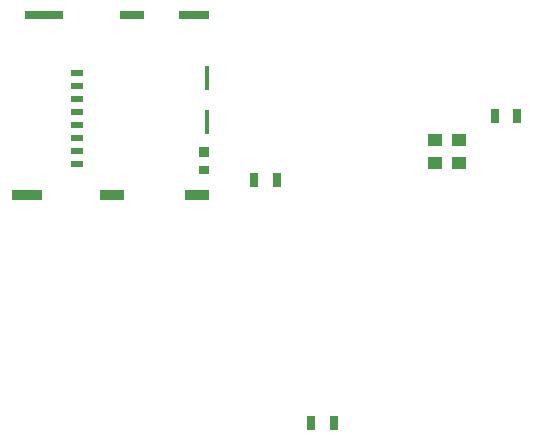
<source format=gbp>
G04 #@! TF.FileFunction,Paste,Bot*
%FSLAX46Y46*%
G04 Gerber Fmt 4.6, Leading zero omitted, Abs format (unit mm)*
G04 Created by KiCad (PCBNEW 4.0.7) date 06/01/18 20:18:40*
%MOMM*%
%LPD*%
G01*
G04 APERTURE LIST*
%ADD10C,0.100000*%
%ADD11R,0.950000X0.800000*%
%ADD12R,0.950000X0.900000*%
%ADD13R,0.400000X2.100000*%
%ADD14R,2.100000X0.850000*%
%ADD15R,2.500000X0.850000*%
%ADD16R,1.000000X0.500000*%
%ADD17R,2.600000X0.750000*%
%ADD18R,2.100000X0.750000*%
%ADD19R,3.300000X0.750000*%
%ADD20R,1.250000X1.000000*%
%ADD21R,0.700000X1.300000*%
G04 APERTURE END LIST*
D10*
D11*
X36425000Y-56530000D03*
D12*
X36425000Y-55040000D03*
D13*
X36700000Y-52480000D03*
X36700000Y-48780000D03*
D14*
X35850000Y-58655000D03*
X28620000Y-58655000D03*
D15*
X21500000Y-58655000D03*
D16*
X25700000Y-56045000D03*
X25700000Y-54945000D03*
X25700000Y-53845000D03*
X25700000Y-52745000D03*
X25700000Y-51645000D03*
X25700000Y-50545000D03*
X25700000Y-49445000D03*
D17*
X35600000Y-43455000D03*
D18*
X30350000Y-43455000D03*
D16*
X25700000Y-48345000D03*
D19*
X22900000Y-43455000D03*
D20*
X56000000Y-56000000D03*
X56000000Y-54000000D03*
X58000000Y-56000000D03*
X58000000Y-54000000D03*
D21*
X45530000Y-77970000D03*
X47430000Y-77970000D03*
X61050000Y-52000000D03*
X62950000Y-52000000D03*
X40690000Y-57390000D03*
X42590000Y-57390000D03*
M02*

</source>
